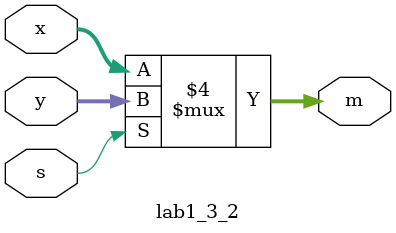
<source format=v>
`timescale 1ns / 1ps


module lab1_3_2(
    input [1:0] x,
    input [1:0] y,
    input s,
    output reg [1:0] m
    );
    always @ (x or y or s)
    begin
        if (s == 0)
            m = x;
        else
            m = y;
    end
endmodule

</source>
